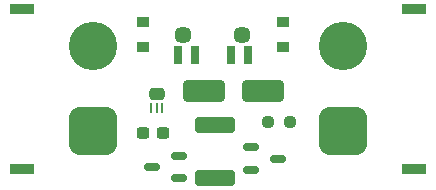
<source format=gts>
G04 #@! TF.GenerationSoftware,KiCad,Pcbnew,8.0.1*
G04 #@! TF.CreationDate,2025-04-04T09:34:18-04:00*
G04 #@! TF.ProjectId,LVC_Custom,4c56435f-4375-4737-946f-6d2e6b696361,rev?*
G04 #@! TF.SameCoordinates,Original*
G04 #@! TF.FileFunction,Soldermask,Top*
G04 #@! TF.FilePolarity,Negative*
%FSLAX46Y46*%
G04 Gerber Fmt 4.6, Leading zero omitted, Abs format (unit mm)*
G04 Created by KiCad (PCBNEW 8.0.1) date 2025-04-04 09:34:18*
%MOMM*%
%LPD*%
G01*
G04 APERTURE LIST*
G04 Aperture macros list*
%AMRoundRect*
0 Rectangle with rounded corners*
0 $1 Rounding radius*
0 $2 $3 $4 $5 $6 $7 $8 $9 X,Y pos of 4 corners*
0 Add a 4 corners polygon primitive as box body*
4,1,4,$2,$3,$4,$5,$6,$7,$8,$9,$2,$3,0*
0 Add four circle primitives for the rounded corners*
1,1,$1+$1,$2,$3*
1,1,$1+$1,$4,$5*
1,1,$1+$1,$6,$7*
1,1,$1+$1,$8,$9*
0 Add four rect primitives between the rounded corners*
20,1,$1+$1,$2,$3,$4,$5,0*
20,1,$1+$1,$4,$5,$6,$7,0*
20,1,$1+$1,$6,$7,$8,$9,0*
20,1,$1+$1,$8,$9,$2,$3,0*%
G04 Aperture macros list end*
%ADD10RoundRect,0.150000X-0.512500X-0.150000X0.512500X-0.150000X0.512500X0.150000X-0.512500X0.150000X0*%
%ADD11R,0.711200X1.498600*%
%ADD12R,0.990600X0.812800*%
%ADD13C,1.447800*%
%ADD14RoundRect,0.062500X0.062500X-0.325000X0.062500X0.325000X-0.062500X0.325000X-0.062500X-0.325000X0*%
%ADD15RoundRect,0.250000X0.400000X-0.250000X0.400000X0.250000X-0.400000X0.250000X-0.400000X-0.250000X0*%
%ADD16RoundRect,0.250000X-1.450000X0.400000X-1.450000X-0.400000X1.450000X-0.400000X1.450000X0.400000X0*%
%ADD17RoundRect,0.150000X0.512500X0.150000X-0.512500X0.150000X-0.512500X-0.150000X0.512500X-0.150000X0*%
%ADD18RoundRect,0.250000X-1.500000X-0.650000X1.500000X-0.650000X1.500000X0.650000X-1.500000X0.650000X0*%
%ADD19RoundRect,0.237500X0.250000X0.237500X-0.250000X0.237500X-0.250000X-0.237500X0.250000X-0.237500X0*%
%ADD20RoundRect,0.237500X-0.300000X-0.237500X0.300000X-0.237500X0.300000X0.237500X-0.300000X0.237500X0*%
%ADD21R,2.000000X0.900000*%
%ADD22RoundRect,1.025000X-1.025000X1.025000X-1.025000X-1.025000X1.025000X-1.025000X1.025000X1.025000X0*%
%ADD23C,4.100000*%
%ADD24RoundRect,1.025000X1.025000X-1.025000X1.025000X1.025000X-1.025000X1.025000X-1.025000X-1.025000X0*%
G04 APERTURE END LIST*
D10*
X146025000Y-118950000D03*
X146025000Y-120850000D03*
X148300000Y-119900000D03*
D11*
X145799999Y-111151900D03*
X144300000Y-111151900D03*
X141300000Y-111151900D03*
X139800001Y-111151900D03*
D12*
X148699998Y-110451899D03*
X136900002Y-110451899D03*
X148699998Y-108351900D03*
X136900002Y-108351900D03*
D13*
X145300000Y-109401840D03*
X140300000Y-109401840D03*
D14*
X137525000Y-115583900D03*
X138025000Y-115583900D03*
X138525000Y-115583900D03*
D15*
X138025000Y-114421400D03*
D16*
X143000000Y-117075000D03*
X143000000Y-121525000D03*
D17*
X139937500Y-121550000D03*
X139937500Y-119650000D03*
X137662500Y-120600000D03*
D18*
X142000000Y-114200000D03*
X147000000Y-114200000D03*
D19*
X149300000Y-116800000D03*
X147475000Y-116800000D03*
D20*
X136837500Y-117750000D03*
X138562500Y-117750000D03*
D21*
X126650000Y-107250000D03*
X126650000Y-120750000D03*
D22*
X132650000Y-117600000D03*
D23*
X132650000Y-110400000D03*
D21*
X159850000Y-120750000D03*
X159850000Y-107250000D03*
D24*
X153850000Y-117600000D03*
D23*
X153850000Y-110400000D03*
M02*

</source>
